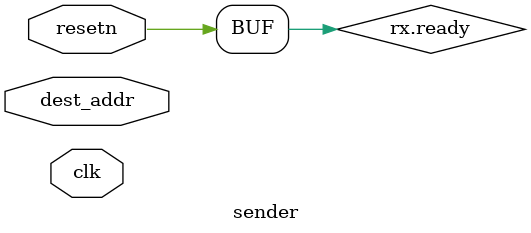
<source format=sv>

`include "nap_interfaces.svh"

module sender
(
    input wire          clk,
    input wire          resetn,
    input wire[3:0]     dest_addr,
    t_DATA_STREAM.tx    tx,
    t_DATA_STREAM.rx    rx
);

    // This counter serves as a countdown timer
    logic[63:0] counter;

    assign rx.ready = resetn;

    always @(posedge clk) begin

        tx.addr <= dest_addr;

        if (resetn == 0) begin
            counter  <= 0;
            tx.valid <= 0;
        end else begin
            tx.data  <= counter;
            tx.valid <= 1;
            tx.sop   <= (counter[1:0] == 0);
            tx.eop   <= (counter[1:0] == 3);
            if (tx.valid & tx.ready) begin
                counter++;
            end
        end
    end

endmodule

</source>
